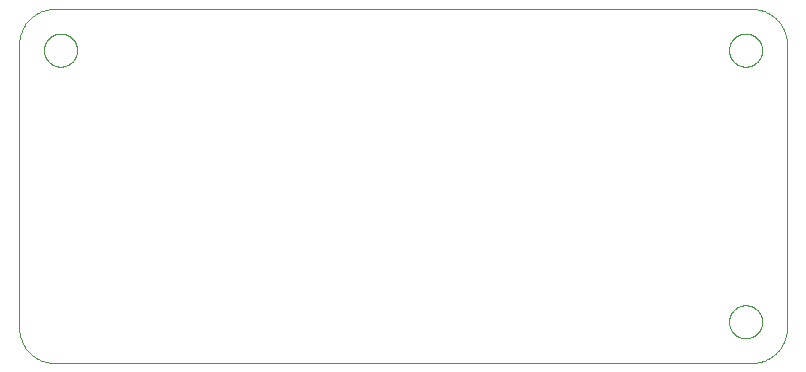
<source format=gbp>
G04 EAGLE Gerber RS-274X export*
G75*
%MOMM*%
%FSLAX34Y34*%
%LPD*%
%INBottom solder paste for stencil*%
%IPPOS*%
%AMOC8*
5,1,8,0,0,1.08239X$1,22.5*%
G01*
%ADD10C,0.000000*%


D10*
X33690Y411D02*
X623690Y411D01*
X653690Y30411D02*
X653690Y270363D01*
X623690Y300363D02*
X33690Y300363D01*
X3690Y270363D02*
X3690Y30411D01*
X3699Y29686D01*
X3725Y28962D01*
X3769Y28238D01*
X3830Y27516D01*
X3909Y26795D01*
X4005Y26076D01*
X4118Y25360D01*
X4249Y24647D01*
X4397Y23937D01*
X4562Y23232D01*
X4744Y22530D01*
X4943Y21833D01*
X5158Y21140D01*
X5391Y20454D01*
X5640Y19773D01*
X5905Y19098D01*
X6186Y18430D01*
X6484Y17769D01*
X6797Y17115D01*
X7126Y16469D01*
X7471Y15831D01*
X7831Y15202D01*
X8206Y14582D01*
X8596Y13971D01*
X9000Y13369D01*
X9419Y12777D01*
X9853Y12196D01*
X10300Y11625D01*
X10761Y11066D01*
X11235Y10517D01*
X11722Y9981D01*
X12222Y9456D01*
X12735Y8943D01*
X13260Y8443D01*
X13796Y7956D01*
X14345Y7482D01*
X14904Y7021D01*
X15475Y6574D01*
X16056Y6140D01*
X16648Y5721D01*
X17250Y5317D01*
X17861Y4927D01*
X18481Y4552D01*
X19110Y4192D01*
X19748Y3847D01*
X20394Y3518D01*
X21048Y3205D01*
X21709Y2907D01*
X22377Y2626D01*
X23052Y2361D01*
X23733Y2112D01*
X24419Y1879D01*
X25112Y1664D01*
X25809Y1465D01*
X26511Y1283D01*
X27216Y1118D01*
X27926Y970D01*
X28639Y839D01*
X29355Y726D01*
X30074Y630D01*
X30795Y551D01*
X31517Y490D01*
X32241Y446D01*
X32965Y420D01*
X33690Y411D01*
X623690Y411D02*
X624415Y420D01*
X625139Y446D01*
X625863Y490D01*
X626585Y551D01*
X627306Y630D01*
X628025Y726D01*
X628741Y839D01*
X629454Y970D01*
X630164Y1118D01*
X630869Y1283D01*
X631571Y1465D01*
X632268Y1664D01*
X632961Y1879D01*
X633647Y2112D01*
X634328Y2361D01*
X635003Y2626D01*
X635671Y2907D01*
X636332Y3205D01*
X636986Y3518D01*
X637632Y3847D01*
X638270Y4192D01*
X638899Y4552D01*
X639519Y4927D01*
X640130Y5317D01*
X640732Y5721D01*
X641324Y6140D01*
X641905Y6574D01*
X642476Y7021D01*
X643035Y7482D01*
X643584Y7956D01*
X644120Y8443D01*
X644645Y8943D01*
X645158Y9456D01*
X645658Y9981D01*
X646145Y10517D01*
X646619Y11066D01*
X647080Y11625D01*
X647527Y12196D01*
X647961Y12777D01*
X648380Y13369D01*
X648784Y13971D01*
X649174Y14582D01*
X649549Y15202D01*
X649909Y15831D01*
X650254Y16469D01*
X650583Y17115D01*
X650896Y17769D01*
X651194Y18430D01*
X651475Y19098D01*
X651740Y19773D01*
X651989Y20454D01*
X652222Y21140D01*
X652437Y21833D01*
X652636Y22530D01*
X652818Y23232D01*
X652983Y23937D01*
X653131Y24647D01*
X653262Y25360D01*
X653375Y26076D01*
X653471Y26795D01*
X653550Y27516D01*
X653611Y28238D01*
X653655Y28962D01*
X653681Y29686D01*
X653690Y30411D01*
X653690Y270363D02*
X653681Y271088D01*
X653655Y271812D01*
X653611Y272536D01*
X653550Y273258D01*
X653471Y273979D01*
X653375Y274698D01*
X653262Y275414D01*
X653131Y276127D01*
X652983Y276837D01*
X652818Y277542D01*
X652636Y278244D01*
X652437Y278941D01*
X652222Y279634D01*
X651989Y280320D01*
X651740Y281001D01*
X651475Y281676D01*
X651194Y282344D01*
X650896Y283005D01*
X650583Y283659D01*
X650254Y284305D01*
X649909Y284943D01*
X649549Y285572D01*
X649174Y286192D01*
X648784Y286803D01*
X648380Y287405D01*
X647961Y287997D01*
X647527Y288578D01*
X647080Y289149D01*
X646619Y289708D01*
X646145Y290257D01*
X645658Y290793D01*
X645158Y291318D01*
X644645Y291831D01*
X644120Y292331D01*
X643584Y292818D01*
X643035Y293292D01*
X642476Y293753D01*
X641905Y294200D01*
X641324Y294634D01*
X640732Y295053D01*
X640130Y295457D01*
X639519Y295847D01*
X638899Y296222D01*
X638270Y296582D01*
X637632Y296927D01*
X636986Y297256D01*
X636332Y297569D01*
X635671Y297867D01*
X635003Y298148D01*
X634328Y298413D01*
X633647Y298662D01*
X632961Y298895D01*
X632268Y299110D01*
X631571Y299309D01*
X630869Y299491D01*
X630164Y299656D01*
X629454Y299804D01*
X628741Y299935D01*
X628025Y300048D01*
X627306Y300144D01*
X626585Y300223D01*
X625863Y300284D01*
X625139Y300328D01*
X624415Y300354D01*
X623690Y300363D01*
X33690Y300363D02*
X32965Y300354D01*
X32241Y300328D01*
X31517Y300284D01*
X30795Y300223D01*
X30074Y300144D01*
X29355Y300048D01*
X28639Y299935D01*
X27926Y299804D01*
X27216Y299656D01*
X26511Y299491D01*
X25809Y299309D01*
X25112Y299110D01*
X24419Y298895D01*
X23733Y298662D01*
X23052Y298413D01*
X22377Y298148D01*
X21709Y297867D01*
X21048Y297569D01*
X20394Y297256D01*
X19748Y296927D01*
X19110Y296582D01*
X18481Y296222D01*
X17861Y295847D01*
X17250Y295457D01*
X16648Y295053D01*
X16056Y294634D01*
X15475Y294200D01*
X14904Y293753D01*
X14345Y293292D01*
X13796Y292818D01*
X13260Y292331D01*
X12735Y291831D01*
X12222Y291318D01*
X11722Y290793D01*
X11235Y290257D01*
X10761Y289708D01*
X10300Y289149D01*
X9853Y288578D01*
X9419Y287997D01*
X9000Y287405D01*
X8596Y286803D01*
X8206Y286192D01*
X7831Y285572D01*
X7471Y284943D01*
X7126Y284305D01*
X6797Y283659D01*
X6484Y283005D01*
X6186Y282344D01*
X5905Y281676D01*
X5640Y281001D01*
X5391Y280320D01*
X5158Y279634D01*
X4943Y278941D01*
X4744Y278244D01*
X4562Y277542D01*
X4397Y276837D01*
X4249Y276127D01*
X4118Y275414D01*
X4005Y274698D01*
X3909Y273979D01*
X3830Y273258D01*
X3769Y272536D01*
X3725Y271812D01*
X3699Y271088D01*
X3690Y270363D01*
X24690Y265363D02*
X24694Y265707D01*
X24707Y266050D01*
X24728Y266393D01*
X24757Y266735D01*
X24795Y267077D01*
X24842Y267417D01*
X24896Y267756D01*
X24959Y268094D01*
X25030Y268430D01*
X25110Y268765D01*
X25197Y269097D01*
X25293Y269427D01*
X25397Y269755D01*
X25508Y270079D01*
X25628Y270402D01*
X25756Y270721D01*
X25891Y271036D01*
X26034Y271349D01*
X26185Y271658D01*
X26343Y271963D01*
X26509Y272264D01*
X26682Y272560D01*
X26862Y272853D01*
X27049Y273141D01*
X27244Y273424D01*
X27445Y273703D01*
X27653Y273976D01*
X27868Y274245D01*
X28089Y274507D01*
X28317Y274765D01*
X28551Y275017D01*
X28791Y275262D01*
X29036Y275502D01*
X29288Y275736D01*
X29546Y275964D01*
X29808Y276185D01*
X30077Y276400D01*
X30350Y276608D01*
X30629Y276809D01*
X30912Y277004D01*
X31200Y277191D01*
X31493Y277371D01*
X31789Y277544D01*
X32090Y277710D01*
X32395Y277868D01*
X32704Y278019D01*
X33017Y278162D01*
X33332Y278297D01*
X33651Y278425D01*
X33974Y278545D01*
X34298Y278656D01*
X34626Y278760D01*
X34956Y278856D01*
X35288Y278943D01*
X35623Y279023D01*
X35959Y279094D01*
X36297Y279157D01*
X36636Y279211D01*
X36976Y279258D01*
X37318Y279296D01*
X37660Y279325D01*
X38003Y279346D01*
X38346Y279359D01*
X38690Y279363D01*
X39034Y279359D01*
X39377Y279346D01*
X39720Y279325D01*
X40062Y279296D01*
X40404Y279258D01*
X40744Y279211D01*
X41083Y279157D01*
X41421Y279094D01*
X41757Y279023D01*
X42092Y278943D01*
X42424Y278856D01*
X42754Y278760D01*
X43082Y278656D01*
X43406Y278545D01*
X43729Y278425D01*
X44048Y278297D01*
X44363Y278162D01*
X44676Y278019D01*
X44985Y277868D01*
X45290Y277710D01*
X45591Y277544D01*
X45887Y277371D01*
X46180Y277191D01*
X46468Y277004D01*
X46751Y276809D01*
X47030Y276608D01*
X47303Y276400D01*
X47572Y276185D01*
X47834Y275964D01*
X48092Y275736D01*
X48344Y275502D01*
X48589Y275262D01*
X48829Y275017D01*
X49063Y274765D01*
X49291Y274507D01*
X49512Y274245D01*
X49727Y273976D01*
X49935Y273703D01*
X50136Y273424D01*
X50331Y273141D01*
X50518Y272853D01*
X50698Y272560D01*
X50871Y272264D01*
X51037Y271963D01*
X51195Y271658D01*
X51346Y271349D01*
X51489Y271036D01*
X51624Y270721D01*
X51752Y270402D01*
X51872Y270079D01*
X51983Y269755D01*
X52087Y269427D01*
X52183Y269097D01*
X52270Y268765D01*
X52350Y268430D01*
X52421Y268094D01*
X52484Y267756D01*
X52538Y267417D01*
X52585Y267077D01*
X52623Y266735D01*
X52652Y266393D01*
X52673Y266050D01*
X52686Y265707D01*
X52690Y265363D01*
X52686Y265019D01*
X52673Y264676D01*
X52652Y264333D01*
X52623Y263991D01*
X52585Y263649D01*
X52538Y263309D01*
X52484Y262970D01*
X52421Y262632D01*
X52350Y262296D01*
X52270Y261961D01*
X52183Y261629D01*
X52087Y261299D01*
X51983Y260971D01*
X51872Y260647D01*
X51752Y260324D01*
X51624Y260005D01*
X51489Y259690D01*
X51346Y259377D01*
X51195Y259068D01*
X51037Y258763D01*
X50871Y258462D01*
X50698Y258166D01*
X50518Y257873D01*
X50331Y257585D01*
X50136Y257302D01*
X49935Y257023D01*
X49727Y256750D01*
X49512Y256481D01*
X49291Y256219D01*
X49063Y255961D01*
X48829Y255709D01*
X48589Y255464D01*
X48344Y255224D01*
X48092Y254990D01*
X47834Y254762D01*
X47572Y254541D01*
X47303Y254326D01*
X47030Y254118D01*
X46751Y253917D01*
X46468Y253722D01*
X46180Y253535D01*
X45887Y253355D01*
X45591Y253182D01*
X45290Y253016D01*
X44985Y252858D01*
X44676Y252707D01*
X44363Y252564D01*
X44048Y252429D01*
X43729Y252301D01*
X43406Y252181D01*
X43082Y252070D01*
X42754Y251966D01*
X42424Y251870D01*
X42092Y251783D01*
X41757Y251703D01*
X41421Y251632D01*
X41083Y251569D01*
X40744Y251515D01*
X40404Y251468D01*
X40062Y251430D01*
X39720Y251401D01*
X39377Y251380D01*
X39034Y251367D01*
X38690Y251363D01*
X38346Y251367D01*
X38003Y251380D01*
X37660Y251401D01*
X37318Y251430D01*
X36976Y251468D01*
X36636Y251515D01*
X36297Y251569D01*
X35959Y251632D01*
X35623Y251703D01*
X35288Y251783D01*
X34956Y251870D01*
X34626Y251966D01*
X34298Y252070D01*
X33974Y252181D01*
X33651Y252301D01*
X33332Y252429D01*
X33017Y252564D01*
X32704Y252707D01*
X32395Y252858D01*
X32090Y253016D01*
X31789Y253182D01*
X31493Y253355D01*
X31200Y253535D01*
X30912Y253722D01*
X30629Y253917D01*
X30350Y254118D01*
X30077Y254326D01*
X29808Y254541D01*
X29546Y254762D01*
X29288Y254990D01*
X29036Y255224D01*
X28791Y255464D01*
X28551Y255709D01*
X28317Y255961D01*
X28089Y256219D01*
X27868Y256481D01*
X27653Y256750D01*
X27445Y257023D01*
X27244Y257302D01*
X27049Y257585D01*
X26862Y257873D01*
X26682Y258166D01*
X26509Y258462D01*
X26343Y258763D01*
X26185Y259068D01*
X26034Y259377D01*
X25891Y259690D01*
X25756Y260005D01*
X25628Y260324D01*
X25508Y260647D01*
X25397Y260971D01*
X25293Y261299D01*
X25197Y261629D01*
X25110Y261961D01*
X25030Y262296D01*
X24959Y262632D01*
X24896Y262970D01*
X24842Y263309D01*
X24795Y263649D01*
X24757Y263991D01*
X24728Y264333D01*
X24707Y264676D01*
X24694Y265019D01*
X24690Y265363D01*
X604690Y265363D02*
X604694Y265707D01*
X604707Y266050D01*
X604728Y266393D01*
X604757Y266735D01*
X604795Y267077D01*
X604842Y267417D01*
X604896Y267756D01*
X604959Y268094D01*
X605030Y268430D01*
X605110Y268765D01*
X605197Y269097D01*
X605293Y269427D01*
X605397Y269755D01*
X605508Y270079D01*
X605628Y270402D01*
X605756Y270721D01*
X605891Y271036D01*
X606034Y271349D01*
X606185Y271658D01*
X606343Y271963D01*
X606509Y272264D01*
X606682Y272560D01*
X606862Y272853D01*
X607049Y273141D01*
X607244Y273424D01*
X607445Y273703D01*
X607653Y273976D01*
X607868Y274245D01*
X608089Y274507D01*
X608317Y274765D01*
X608551Y275017D01*
X608791Y275262D01*
X609036Y275502D01*
X609288Y275736D01*
X609546Y275964D01*
X609808Y276185D01*
X610077Y276400D01*
X610350Y276608D01*
X610629Y276809D01*
X610912Y277004D01*
X611200Y277191D01*
X611493Y277371D01*
X611789Y277544D01*
X612090Y277710D01*
X612395Y277868D01*
X612704Y278019D01*
X613017Y278162D01*
X613332Y278297D01*
X613651Y278425D01*
X613974Y278545D01*
X614298Y278656D01*
X614626Y278760D01*
X614956Y278856D01*
X615288Y278943D01*
X615623Y279023D01*
X615959Y279094D01*
X616297Y279157D01*
X616636Y279211D01*
X616976Y279258D01*
X617318Y279296D01*
X617660Y279325D01*
X618003Y279346D01*
X618346Y279359D01*
X618690Y279363D01*
X619034Y279359D01*
X619377Y279346D01*
X619720Y279325D01*
X620062Y279296D01*
X620404Y279258D01*
X620744Y279211D01*
X621083Y279157D01*
X621421Y279094D01*
X621757Y279023D01*
X622092Y278943D01*
X622424Y278856D01*
X622754Y278760D01*
X623082Y278656D01*
X623406Y278545D01*
X623729Y278425D01*
X624048Y278297D01*
X624363Y278162D01*
X624676Y278019D01*
X624985Y277868D01*
X625290Y277710D01*
X625591Y277544D01*
X625887Y277371D01*
X626180Y277191D01*
X626468Y277004D01*
X626751Y276809D01*
X627030Y276608D01*
X627303Y276400D01*
X627572Y276185D01*
X627834Y275964D01*
X628092Y275736D01*
X628344Y275502D01*
X628589Y275262D01*
X628829Y275017D01*
X629063Y274765D01*
X629291Y274507D01*
X629512Y274245D01*
X629727Y273976D01*
X629935Y273703D01*
X630136Y273424D01*
X630331Y273141D01*
X630518Y272853D01*
X630698Y272560D01*
X630871Y272264D01*
X631037Y271963D01*
X631195Y271658D01*
X631346Y271349D01*
X631489Y271036D01*
X631624Y270721D01*
X631752Y270402D01*
X631872Y270079D01*
X631983Y269755D01*
X632087Y269427D01*
X632183Y269097D01*
X632270Y268765D01*
X632350Y268430D01*
X632421Y268094D01*
X632484Y267756D01*
X632538Y267417D01*
X632585Y267077D01*
X632623Y266735D01*
X632652Y266393D01*
X632673Y266050D01*
X632686Y265707D01*
X632690Y265363D01*
X632686Y265019D01*
X632673Y264676D01*
X632652Y264333D01*
X632623Y263991D01*
X632585Y263649D01*
X632538Y263309D01*
X632484Y262970D01*
X632421Y262632D01*
X632350Y262296D01*
X632270Y261961D01*
X632183Y261629D01*
X632087Y261299D01*
X631983Y260971D01*
X631872Y260647D01*
X631752Y260324D01*
X631624Y260005D01*
X631489Y259690D01*
X631346Y259377D01*
X631195Y259068D01*
X631037Y258763D01*
X630871Y258462D01*
X630698Y258166D01*
X630518Y257873D01*
X630331Y257585D01*
X630136Y257302D01*
X629935Y257023D01*
X629727Y256750D01*
X629512Y256481D01*
X629291Y256219D01*
X629063Y255961D01*
X628829Y255709D01*
X628589Y255464D01*
X628344Y255224D01*
X628092Y254990D01*
X627834Y254762D01*
X627572Y254541D01*
X627303Y254326D01*
X627030Y254118D01*
X626751Y253917D01*
X626468Y253722D01*
X626180Y253535D01*
X625887Y253355D01*
X625591Y253182D01*
X625290Y253016D01*
X624985Y252858D01*
X624676Y252707D01*
X624363Y252564D01*
X624048Y252429D01*
X623729Y252301D01*
X623406Y252181D01*
X623082Y252070D01*
X622754Y251966D01*
X622424Y251870D01*
X622092Y251783D01*
X621757Y251703D01*
X621421Y251632D01*
X621083Y251569D01*
X620744Y251515D01*
X620404Y251468D01*
X620062Y251430D01*
X619720Y251401D01*
X619377Y251380D01*
X619034Y251367D01*
X618690Y251363D01*
X618346Y251367D01*
X618003Y251380D01*
X617660Y251401D01*
X617318Y251430D01*
X616976Y251468D01*
X616636Y251515D01*
X616297Y251569D01*
X615959Y251632D01*
X615623Y251703D01*
X615288Y251783D01*
X614956Y251870D01*
X614626Y251966D01*
X614298Y252070D01*
X613974Y252181D01*
X613651Y252301D01*
X613332Y252429D01*
X613017Y252564D01*
X612704Y252707D01*
X612395Y252858D01*
X612090Y253016D01*
X611789Y253182D01*
X611493Y253355D01*
X611200Y253535D01*
X610912Y253722D01*
X610629Y253917D01*
X610350Y254118D01*
X610077Y254326D01*
X609808Y254541D01*
X609546Y254762D01*
X609288Y254990D01*
X609036Y255224D01*
X608791Y255464D01*
X608551Y255709D01*
X608317Y255961D01*
X608089Y256219D01*
X607868Y256481D01*
X607653Y256750D01*
X607445Y257023D01*
X607244Y257302D01*
X607049Y257585D01*
X606862Y257873D01*
X606682Y258166D01*
X606509Y258462D01*
X606343Y258763D01*
X606185Y259068D01*
X606034Y259377D01*
X605891Y259690D01*
X605756Y260005D01*
X605628Y260324D01*
X605508Y260647D01*
X605397Y260971D01*
X605293Y261299D01*
X605197Y261629D01*
X605110Y261961D01*
X605030Y262296D01*
X604959Y262632D01*
X604896Y262970D01*
X604842Y263309D01*
X604795Y263649D01*
X604757Y263991D01*
X604728Y264333D01*
X604707Y264676D01*
X604694Y265019D01*
X604690Y265363D01*
X604690Y35411D02*
X604694Y35755D01*
X604707Y36098D01*
X604728Y36441D01*
X604757Y36783D01*
X604795Y37125D01*
X604842Y37465D01*
X604896Y37804D01*
X604959Y38142D01*
X605030Y38478D01*
X605110Y38813D01*
X605197Y39145D01*
X605293Y39475D01*
X605397Y39803D01*
X605508Y40127D01*
X605628Y40450D01*
X605756Y40769D01*
X605891Y41084D01*
X606034Y41397D01*
X606185Y41706D01*
X606343Y42011D01*
X606509Y42312D01*
X606682Y42608D01*
X606862Y42901D01*
X607049Y43189D01*
X607244Y43472D01*
X607445Y43751D01*
X607653Y44024D01*
X607868Y44293D01*
X608089Y44555D01*
X608317Y44813D01*
X608551Y45065D01*
X608791Y45310D01*
X609036Y45550D01*
X609288Y45784D01*
X609546Y46012D01*
X609808Y46233D01*
X610077Y46448D01*
X610350Y46656D01*
X610629Y46857D01*
X610912Y47052D01*
X611200Y47239D01*
X611493Y47419D01*
X611789Y47592D01*
X612090Y47758D01*
X612395Y47916D01*
X612704Y48067D01*
X613017Y48210D01*
X613332Y48345D01*
X613651Y48473D01*
X613974Y48593D01*
X614298Y48704D01*
X614626Y48808D01*
X614956Y48904D01*
X615288Y48991D01*
X615623Y49071D01*
X615959Y49142D01*
X616297Y49205D01*
X616636Y49259D01*
X616976Y49306D01*
X617318Y49344D01*
X617660Y49373D01*
X618003Y49394D01*
X618346Y49407D01*
X618690Y49411D01*
X619034Y49407D01*
X619377Y49394D01*
X619720Y49373D01*
X620062Y49344D01*
X620404Y49306D01*
X620744Y49259D01*
X621083Y49205D01*
X621421Y49142D01*
X621757Y49071D01*
X622092Y48991D01*
X622424Y48904D01*
X622754Y48808D01*
X623082Y48704D01*
X623406Y48593D01*
X623729Y48473D01*
X624048Y48345D01*
X624363Y48210D01*
X624676Y48067D01*
X624985Y47916D01*
X625290Y47758D01*
X625591Y47592D01*
X625887Y47419D01*
X626180Y47239D01*
X626468Y47052D01*
X626751Y46857D01*
X627030Y46656D01*
X627303Y46448D01*
X627572Y46233D01*
X627834Y46012D01*
X628092Y45784D01*
X628344Y45550D01*
X628589Y45310D01*
X628829Y45065D01*
X629063Y44813D01*
X629291Y44555D01*
X629512Y44293D01*
X629727Y44024D01*
X629935Y43751D01*
X630136Y43472D01*
X630331Y43189D01*
X630518Y42901D01*
X630698Y42608D01*
X630871Y42312D01*
X631037Y42011D01*
X631195Y41706D01*
X631346Y41397D01*
X631489Y41084D01*
X631624Y40769D01*
X631752Y40450D01*
X631872Y40127D01*
X631983Y39803D01*
X632087Y39475D01*
X632183Y39145D01*
X632270Y38813D01*
X632350Y38478D01*
X632421Y38142D01*
X632484Y37804D01*
X632538Y37465D01*
X632585Y37125D01*
X632623Y36783D01*
X632652Y36441D01*
X632673Y36098D01*
X632686Y35755D01*
X632690Y35411D01*
X632686Y35067D01*
X632673Y34724D01*
X632652Y34381D01*
X632623Y34039D01*
X632585Y33697D01*
X632538Y33357D01*
X632484Y33018D01*
X632421Y32680D01*
X632350Y32344D01*
X632270Y32009D01*
X632183Y31677D01*
X632087Y31347D01*
X631983Y31019D01*
X631872Y30695D01*
X631752Y30372D01*
X631624Y30053D01*
X631489Y29738D01*
X631346Y29425D01*
X631195Y29116D01*
X631037Y28811D01*
X630871Y28510D01*
X630698Y28214D01*
X630518Y27921D01*
X630331Y27633D01*
X630136Y27350D01*
X629935Y27071D01*
X629727Y26798D01*
X629512Y26529D01*
X629291Y26267D01*
X629063Y26009D01*
X628829Y25757D01*
X628589Y25512D01*
X628344Y25272D01*
X628092Y25038D01*
X627834Y24810D01*
X627572Y24589D01*
X627303Y24374D01*
X627030Y24166D01*
X626751Y23965D01*
X626468Y23770D01*
X626180Y23583D01*
X625887Y23403D01*
X625591Y23230D01*
X625290Y23064D01*
X624985Y22906D01*
X624676Y22755D01*
X624363Y22612D01*
X624048Y22477D01*
X623729Y22349D01*
X623406Y22229D01*
X623082Y22118D01*
X622754Y22014D01*
X622424Y21918D01*
X622092Y21831D01*
X621757Y21751D01*
X621421Y21680D01*
X621083Y21617D01*
X620744Y21563D01*
X620404Y21516D01*
X620062Y21478D01*
X619720Y21449D01*
X619377Y21428D01*
X619034Y21415D01*
X618690Y21411D01*
X618346Y21415D01*
X618003Y21428D01*
X617660Y21449D01*
X617318Y21478D01*
X616976Y21516D01*
X616636Y21563D01*
X616297Y21617D01*
X615959Y21680D01*
X615623Y21751D01*
X615288Y21831D01*
X614956Y21918D01*
X614626Y22014D01*
X614298Y22118D01*
X613974Y22229D01*
X613651Y22349D01*
X613332Y22477D01*
X613017Y22612D01*
X612704Y22755D01*
X612395Y22906D01*
X612090Y23064D01*
X611789Y23230D01*
X611493Y23403D01*
X611200Y23583D01*
X610912Y23770D01*
X610629Y23965D01*
X610350Y24166D01*
X610077Y24374D01*
X609808Y24589D01*
X609546Y24810D01*
X609288Y25038D01*
X609036Y25272D01*
X608791Y25512D01*
X608551Y25757D01*
X608317Y26009D01*
X608089Y26267D01*
X607868Y26529D01*
X607653Y26798D01*
X607445Y27071D01*
X607244Y27350D01*
X607049Y27633D01*
X606862Y27921D01*
X606682Y28214D01*
X606509Y28510D01*
X606343Y28811D01*
X606185Y29116D01*
X606034Y29425D01*
X605891Y29738D01*
X605756Y30053D01*
X605628Y30372D01*
X605508Y30695D01*
X605397Y31019D01*
X605293Y31347D01*
X605197Y31677D01*
X605110Y32009D01*
X605030Y32344D01*
X604959Y32680D01*
X604896Y33018D01*
X604842Y33357D01*
X604795Y33697D01*
X604757Y34039D01*
X604728Y34381D01*
X604707Y34724D01*
X604694Y35067D01*
X604690Y35411D01*
M02*

</source>
